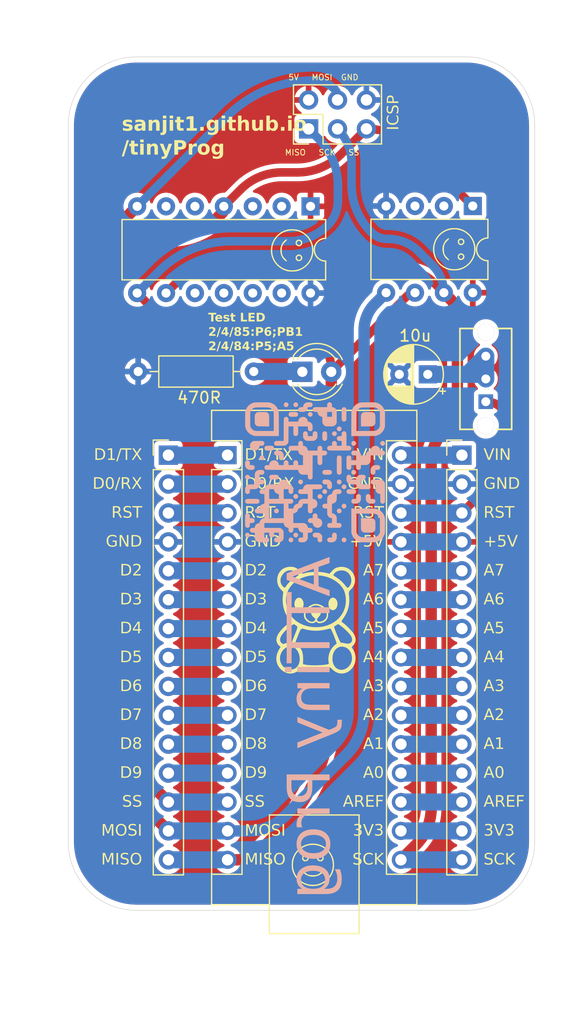
<source format=kicad_pcb>
(kicad_pcb (version 20240108) (generator "pcbnew") (generator_version "8.0")
  (layers (0 "F.Cu" signal) (31 "B.Cu" signal) (34 "B.Paste" user) (35 "F.Paste" user) (36 "B.SilkS" user "B.Silkscreen") (37 "F.SilkS" user "F.Silkscreen") (38 "B.Mask" user) (39 "F.Mask" user) (44 "Edge.Cuts" user))
  (net 0 "")
  (net 1 "/MISO")
  (net 2 "Net-(A1-D7)")
  (net 3 "Net-(A1-A7)")
  (net 4 "Net-(A1-D5)")
  (net 5 "Net-(A1-3V3)")
  (net 6 "Net-(A1-A3)")
  (net 7 "GND")
  (net 8 "Net-(A1-D1{slash}TX)")
  (net 9 "Net-(A1-A1)")
  (net 10 "Net-(A1-D6)")
  (net 11 "Net-(A1-VIN)")
  (net 12 "/SS")
  (net 13 "Net-(A1-D4)")
  (net 14 "Net-(A1-D8)")
  (net 15 "Net-(A1-D3)")
  (net 16 "+5V")
  (net 17 "Net-(A1-A4)")
  (net 18 "Net-(A1-A6)")
  (net 19 "/SCK")
  (net 20 "Net-(A1-A2)")
  (net 21 "Net-(A1-A5)")
  (net 22 "Net-(A1-D2)")
  (net 23 "Net-(A1-A0)")
  (net 24 "Net-(A1-AREF)")
  (net 25 "Net-(A1-D9)")
  (net 26 "Net-(A1-D0{slash}RX)")
  (net 27 "/RST")
  (net 28 "/MOSI")
  (net 29 "Net-(D1-K)")
  (net 40 "Net-(C1-Pad1)")
  (footprint "Capacitor_THT:CP_Radial_D5.0mm_P2.50mm" (layer "F.Cu") (at 97.6 62.9 180)
    (property "Reference" "C1" (hide yes))
    (property "Value" "10u")
  )
  (footprint "Module:Arduino_Nano" (layer "F.Cu") (at 80 70)
    (property "Reference" "A1" (hide yes))
    (property "Value" "Arduino_Nano_v3.x")
  )
  (footprint "Connector_PinHeader_2.54mm:PinHeader_1x15_P2.54mm_Vertical" (layer "F.Cu") (at 74.8 70)
    (property "Reference" "J1" (hide yes))
    (property "Value" "Conn_01x15_Pin")
  )
  (footprint "Package_DIP:DIP-14_W7.62mm" (layer "F.Cu") (at 87.295 48.135 -90)
    (property "Reference" "U1" (hide yes))
    (property "Value" "ATtiny84-20P")
  )
  (footprint "OS102011MS2QN1:SPDT_OS102011_CNK" (layer "F.Cu") (at 102.7 65.3 180)
    (property "Reference" "SW1" (hide yes))
    (property "Value" "OS102011MS2QN1")
  )
  (footprint "Connector_PinHeader_2.54mm:PinHeader_1x15_P2.54mm_Vertical" (layer "F.Cu") (at 100.6 70)
    (property "Reference" "J2" (hide yes))
    (property "Value" "Conn_01x15_Pin" (hide yes))
  )
  (footprint "Connector_PinHeader_2.54mm:PinHeader_2x03_P2.54mm_Vertical" (layer "F.Cu") (at 87.125 41.325 90)
    (property "Reference" "J3" (hide yes))
    (property "Value" "ICSP")
  )
  (footprint "Custom Art Exports:Smiley Face" (layer "F.Cu") (at 99.929994 51.905002 -90)
    (property "Reference" "G2" (hide yes))
    (property "Value" "LOGO" (hide yes))
  )
  (footprint "Custom Art Exports:Smiley Face" (layer "F.Cu") (at 85.679994 52.005002 -90)
    (property "Reference" "G1" (hide yes))
    (property "Value" "LOGO" (hide yes))
  )
  (footprint "Package_DIP:DIP-8_W7.62mm" (layer "F.Cu") (at 101.555 48.105 -90)
    (property "Reference" "U2" (hide yes))
    (property "Value" "ATtiny85V-10P")
  )
  (footprint "LED_THT:LED_D4.0mm" (layer "F.Cu") (at 86.575 62.675)
    (property "Reference" "D1" (hide yes))
    (property "Value" "LED" (hide yes))
  )
  (footprint "Custom Art Exports:Smiley Face" (layer "F.Cu") (at 87.5 106)
    (property "Reference" "G3" (hide yes))
    (property "Value" "LOGO" (hide yes))
  )
  (footprint "Resistor_THT:R_Axial_DIN0207_L6.3mm_D2.5mm_P10.16mm_Horizontal" (layer "F.Cu") (at 82.305 62.65 180)
    (property "Reference" "R1" (hide yes))
    (property "Value" "470R")
  )
  (footprint "footprints:GithubQR_14" (layer "B.Cu") (at 87.7 71.5 180)
    (property "Reference" "G***" (hide yes))
    (property "Value" "LOGO" (hide yes))
  )
  (gr_poly (pts (xy 86.315758 82.526032) (xy 86.353316 82.531466) (xy 86.389387 82.541713) (xy 86.423875 82.556486) (xy 86.456681 82.575495) (xy 86.48771 82.598451) (xy 86.516863 82.625067) (xy 86.544043 82.655052) (xy 86.569154 82.688118) (xy 86.592097 82.723977) (xy 86.612776 82.762339) (xy 86.631094 82.802916) (xy 86.646954 82.845418) (xy 86.660257 82.889558) (xy 86.670907 82.935046) (xy 86.678807 82.981594) (xy 86.68386 83.028912) (xy 86.685968 83.076713) (xy 86.685034 83.124706) (xy 86.680961 83.172604) (xy 86.673652 83.220117) (xy 86.663009 83.266957) (xy 86.648935 83.312835) (xy 86.631334 83.357461) (xy 86.610107 83.400548) (xy 86.585158 83.441807) (xy 86.556389 83.480948) (xy 86.523704 83.517683) (xy 86.487005 83.551724) (xy 86.477522 83.559316) (xy 86.467645 83.566483) (xy 86.4574 83.573223) (xy 86.446812 83.579535) (xy 86.424711 83.590867) (xy 86.401551 83.600465) (xy 86.377537 83.608317) (xy 86.352876 83.614407) (xy 86.327775 83.618725) (xy 86.302441 83.621255) (xy 86.277081 83.621985) (xy 86.251902 83.620902) (xy 86.227109 83.617991) (xy 86.202911 83.613241) (xy 86.179513 83.606637) (xy 86.157122 83.598165) (xy 86.14637 83.593226) (xy 86.135946 83.587814) (xy 86.125878 83.581929) (xy 86.116191 83.575569) (xy 86.086379 83.552974) (xy 86.05862 83.528181) (xy 86.032911 83.501353) (xy 86.009243 83.472647) (xy 85.987613 83.442227) (xy 85.968014 83.41025) (xy 85.950441 83.376879) (xy 85.934887 83.342273) (xy 85.921348 83.306592) (xy 85.909817 83.269997) (xy 85.900288 83.232649) (xy 85.892756 83.194707) (xy 85.887215 83.156332) (xy 85.883659 83.117685) (xy 85.882083 83.078926) (xy 85.882481 83.040214) (xy 85.884847 83.001711) (xy 85.889176 82.963576) (xy 85.89546 82.925971) (xy 85.903696 82.889055) (xy 85.913877 82.852989) (xy 85.925998 82.817934) (xy 85.940052 82.784048) (xy 85.956033 82.751494) (xy 85.973937 82.720431) (xy 85.993758 82.691019) (xy 86.015489 82.66342) (xy 86.039125 82.637793) (xy 86.064661 82.614298) (xy 86.092089 82.593096) (xy 86.121406 82.574348) (xy 86.152605 82.558213) (xy 86.195137 82.541503) (xy 86.236571 82.530762) (xy 86.27681 82.525701)) (stroke (width -0.000001)) (fill solid) (layer "F.SilkS"))
  (gr_poly (pts (xy 87.841717 83.075241) (xy 87.912202 83.083945) (xy 87.983116 83.097753) (xy 88.054095 83.116559) (xy 88.124775 83.140251) (xy 88.194795 83.168722) (xy 88.26379 83.201862) (xy 88.331397 83.239562) (xy 88.397253 83.281713) (xy 88.460996 83.328207) (xy 88.522261 83.378934) (xy 88.580686 83.433786) (xy 88.629367 83.485899) (xy 88.672837 83.539462) (xy 88.711188 83.594261) (xy 88.74451 83.650084) (xy 88.772895 83.706717) (xy 88.796436 83.763949) (xy 88.815223 83.821566) (xy 88.829348 83.879356) (xy 88.838903 83.937105) (xy 88.843979 83.994601) (xy 88.844668 84.051631) (xy 88.841061 84.107982) (xy 88.83325 84.163442) (xy 88.821327 84.217797) (xy 88.805383 84.270835) (xy 88.78551 84.322343) (xy 88.7618 84.372108) (xy 88.734343 84.419918) (xy 88.703231 84.465559) (xy 88.668557 84.508819) (xy 88.630412 84.549485) (xy 88.588886 84.587344) (xy 88.544073 84.622183) (xy 88.496063 84.65379) (xy 88.444948 84.681952) (xy 88.390819 84.706455) (xy 88.333769 84.727088) (xy 88.273889 84.743637) (xy 88.21127 84.755889) (xy 88.146003 84.763632) (xy 88.078182 84.766653) (xy 88.007896 84.764739) (xy 88.001595 84.764012) (xy 87.994633 84.7626) (xy 87.987081 84.76054) (xy 87.979012 84.75787) (xy 87.970498 84.754626) (xy 87.961609 84.750847) (xy 87.952417 84.74657) (xy 87.942994 84.741832) (xy 87.933413 84.73667) (xy 87.923743 84.731122) (xy 87.914058 84.725225) (xy 87.904428 84.719016) (xy 87.894925 84.712533) (xy 87.885622 84.705814) (xy 87.876589 84.698895) (xy 87.867898 84.691813) (xy 87.785514 84.622493) (xy 87.680011 84.695616) (xy 87.655054 84.711464) (xy 87.629002 84.725239) (xy 87.601944 84.736977) (xy 87.573968 84.746711) (xy 87.545165 84.754477) (xy 87.515621 84.760309) (xy 87.485428 84.764241) (xy 87.454672 84.766308) (xy 87.423444 84.766544) (xy 87.391831 84.764984) (xy 87.359924 84.761662) (xy 87.32781 84.756613) (xy 87.295578 84.749871) (xy 87.263319 84.741471) (xy 87.231119 84.731447) (xy 87.199069 84.719834) (xy 87.167256 84.706666) (xy 87.135771 84.691978) (xy 87.104702 84.675804) (xy 87.074137 84.658179) (xy 87.044165 84.639138) (xy 87.014877 84.618713) (xy 86.986359 84.596942) (xy 86.958701 84.573856) (xy 86.931993 84.549492) (xy 86.906323 84.523884) (xy 86.881779 84.497066) (xy 86.858451 84.469073) (xy 86.836427 84.439938) (xy 86.815797 84.409698) (xy 86.796649 84.378385) (xy 86.779072 84.346036) (xy 86.759547 84.304123) (xy 86.743296 84.261507) (xy 86.730266 84.218277) (xy 86.7204 84.174528) (xy 86.713646 84.13035) (xy 86.709948 84.085836) (xy 86.709532 84.059037) (xy 86.846061 84.059037) (xy 86.848435 84.095817) (xy 86.853299 84.132201) (xy 86.860634 84.168112) (xy 86.870422 84.203477) (xy 86.882646 84.238221) (xy 86.897287 84.272271) (xy 86.914329 84.305551) (xy 86.933752 84.337987) (xy 86.95554 84.369505) (xy 86.979673 84.40003) (xy 87.006135 84.429489) (xy 87.034908 84.457807) (xy 87.065973 84.484909) (xy 87.099313 84.510721) (xy 87.134909 84.535168) (xy 87.172745 84.558178) (xy 87.212802 84.579674) (xy 87.255062 84.599582) (xy 87.299507 84.617829) (xy 87.324895 84.626382) (xy 87.350258 84.632728) (xy 87.375499 84.636967) (xy 87.400521 84.639196) (xy 87.425228 84.639516) (xy 87.449524 84.638025) (xy 87.473312 84.634822) (xy 87.496496 84.630006) (xy 87.51898 84.623676) (xy 87.540666 84.615931) (xy 87.56146 84.606869) (xy 87.581264 84.596591) (xy 87.599981 84.585194) (xy 87.617516 84.572778) (xy 87.633773 84.559441) (xy 87.648654 84.545284) (xy 87.662063 84.530403) (xy 87.673904 84.514899) (xy 87.684081 84.498871) (xy 87.692496 84.482417) (xy 87.699055 84.465637) (xy 87.703659 84.448629) (xy 87.706214 84.431492) (xy 87.706622 84.414325) (xy 87.704787 84.397228) (xy 87.700612 84.380298) (xy 87.694002 84.363636) (xy 87.68486 84.34734) (xy 87.673089 84.331509) (xy 87.658594 84.316241) (xy 87.641277 84.301637) (xy 87.621042 84.287794) (xy 87.6001 84.274057) (xy 87.579628 84.259063) (xy 87.559658 84.242894) (xy 87.540225 84.22563) (xy 87.521361 84.207354) (xy 87.5031 84.188147) (xy 87.468521 84.147265) (xy 87.436758 84.103638) (xy 87.408079 84.057915) (xy 87.382751 84.010751) (xy 87.361043 83.962795) (xy 87.343224 83.914701) (xy 87.329562 83.86712) (xy 87.324374 83.843725) (xy 87.320325 83.820704) (xy 87.31745 83.798136) (xy 87.315782 83.776105) (xy 87.315354 83.75469) (xy 87.3162 83.733974) (xy 87.318354 83.714039) (xy 87.321849 83.694965) (xy 87.326718 83.676834) (xy 87.332996 83.659728) (xy 87.340715 83.643728) (xy 87.34991 83.628916) (xy 87.359198 83.617917) (xy 87.371201 83.60742) (xy 87.385752 83.597435) (xy 87.402686 83.587972) (xy 87.443035 83.570656) (xy 87.490919 83.555554) (xy 87.545008 83.54275) (xy 87.603973 83.532329) (xy 87.666484 83.524372) (xy 87.731212 83.518965) (xy 87.796827 83.51619) (xy 87.861999 83.516131) (xy 87.9254 83.518871) (xy 87.985699 83.524494) (xy 88.041567 83.533084) (xy 88.091675 83.544724) (xy 88.134693 83.559497) (xy 88.153128 83.568085) (xy 88.169291 83.577488) (xy 88.18231 83.587172) (xy 88.193912 83.598196) (xy 88.204115 83.610503) (xy 88.212936 83.624033) (xy 88.220391 83.63873) (xy 88.226497 83.654535) (xy 88.231273 83.67139) (xy 88.234734 83.689237) (xy 88.236898 83.708019) (xy 88.237782 83.727676) (xy 88.237402 83.748151) (xy 88.235776 83.769387) (xy 88.228855 83.813906) (xy 88.217152 83.860769) (xy 88.200806 83.909513) (xy 88.179951 83.959673) (xy 88.154724 84.010784) (xy 88.125262 84.062383) (xy 88.0917 84.114007) (xy 88.054175 84.16519) (xy 88.012822 84.215468) (xy 87.967779 84.264379) (xy 87.944551 84.289809) (xy 87.924682 84.314858) (xy 87.90807 84.339457) (xy 87.894615 84.363538) (xy 87.884216 84.387032) (xy 87.87677 84.40987) (xy 87.872178 84.431984) (xy 87.870337 84.453306) (xy 87.871147 84.473767) (xy 87.874506 84.493299) (xy 87.880313 84.511832) (xy 87.888468 84.529299) (xy 87.898868 84.545631) (xy 87.911413 84.56076) (xy 87.926001 84.574617) (xy 87.942531 84.587133) (xy 87.960903 84.598241) (xy 87.981014 84.607871) (xy 88.002765 84.615955) (xy 88.026052 84.622424) (xy 88.050776 84.627211) (xy 88.076836 84.630246) (xy 88.104129 84.631462) (xy 88.132554 84.630789) (xy 88.162012 84.628159) (xy 88.1924 84.623504) (xy 88.223617 84.616755) (xy 88.255562 84.607843) (xy 88.288134 84.5967) (xy 88.321231 84.583259) (xy 88.354753 84.567449) (xy 88.388598 84.549203) (xy 88.440878 84.516837) (xy 88.488595 84.482442) (xy 88.53179 84.446167) (xy 88.570508 84.408162) (xy 88.604793 84.368577) (xy 88.634687 84.327561) (xy 88.660233 84.285265) (xy 88.681476 84.241839) (xy 88.698458 84.197431) (xy 88.711223 84.152193) (xy 88.719814 84.106274) (xy 88.724275 84.059824) (xy 88.724648 84.012993) (xy 88.720978 83.965931) (xy 88.713307 83.918787) (xy 88.701679 83.871712) (xy 88.686137 83.824856) (xy 88.666725 83.778367) (xy 88.643485 83.732397) (xy 88.616462 83.687094) (xy 88.585698 83.64261) (xy 88.551237 83.599094) (xy 88.513123 83.556695) (xy 88.471398 83.515563) (xy 88.426106 83.47585) (xy 88.37729 83.437703) (xy 88.324994 83.401274) (xy 88.269261 83.366712) (xy 88.210134 83.334166) (xy 88.147656 83.303788) (xy 88.081872 83.275726) (xy 88.012824 83.250131) (xy 87.951247 83.231508) (xy 87.88989 83.218093) (xy 87.859291 83.21334) (xy 87.828745 83.209889) (xy 87.79825 83.207742) (xy 87.767805 83.206898) (xy 87.73741 83.207359) (xy 87.707063 83.209123) (xy 87.676764 83.212193) (xy 87.646511 83.216567) (xy 87.616304 83.222246) (xy 87.586142 83.229231) (xy 87.525949 83.247118) (xy 87.465924 83.270231) (xy 87.40606 83.298572) (xy 87.346349 83.332143) (xy 87.286784 83.370948) (xy 87.227358 83.414988) (xy 87.168064 83.464266) (xy 87.108893 83.518784) (xy 87.049839 83.578546) (xy 87.018228 83.613727) (xy 86.989339 83.649478) (xy 86.963153 83.685724) (xy 86.939653 83.72239) (xy 86.91882 83.759403) (xy 86.900638 83.796687) (xy 86.885088 83.834168) (xy 86.872152 83.871772) (xy 86.861812 83.909425) (xy 86.854051 83.947053) (xy 86.848851 83.98458) (xy 86.846193 84.021933) (xy 86.846061 84.059037) (xy 86.709532 84.059037) (xy 86.709253 84.041077) (xy 86.711505 83.996167) (xy 86.716651 83.951196) (xy 86.724636 83.906258) (xy 86.735405 83.861444) (xy 86.748904 83.816846) (xy 86.76508 83.772556) (xy 86.783876 83.728667) (xy 86.805239 83.685271) (xy 86.829115 83.642459) (xy 86.855449 83.600324) (xy 86.884187 83.558957) (xy 86.915274 83.518452) (xy 86.948655 83.478899) (xy 86.984278 83.440392) (xy 87.022086 83.403021) (xy 87.062026 83.36688) (xy 87.104043 83.33206) (xy 87.148082 83.298654) (xy 87.194091 83.266753) (xy 87.242013 83.236449) (xy 87.291794 83.207836) (xy 87.343381 83.181004) (xy 87.396719 83.156045) (xy 87.451753 83.133053) (xy 87.508429 83.112118) (xy 87.539573 83.102176) (xy 87.571324 83.09366) (xy 87.636464 83.080853) (xy 87.703485 83.073586) (xy 87.772023 83.071752)) (stroke (width -0.000001)) (fill solid) (layer "F.SilkS"))
  (gr_poly (pts (xy 89.263711 82.512602) (xy 89.269663 82.51309) (xy 89.275733 82.513888) (xy 89.288384 82.516423) (xy 89.30198 82.520224) (xy 89.316835 82.525308) (xy 89.333264 82.531695) (xy 89.351581 82.5394) (xy 89.395139 82.558841) (xy 89.434049 82.579148) (xy 89.469784 82.603097) (xy 89.502384 82.630406) (xy 89.531885 82.660794) (xy 89.558324 82.693981) (xy 89.581741 82.729685) (xy 89.602172 82.767626) (xy 89.619655 82.807522) (xy 89.634227 82.849092) (xy 89.645927 82.892056) (xy 89.654792 82.936132) (xy 89.66086 82.98104) (xy 89.664168 83.026498) (xy 89.664754 83.072226) (xy 89.662656 83.117942) (xy 89.657912 83.163365) (xy 89.650558 83.208215) (xy 89.640633 83.25221) (xy 89.628175 83.295069) (xy 89.61322 83.336512) (xy 89.595807 83.376257) (xy 89.575974 83.414024) (xy 89.553758 83.449531) (xy 89.529196 83.482497) (xy 89.502327 83.512642) (xy 89.473188 83.539684) (xy 89.441816 83.563342) (xy 89.40825 83.583336) (xy 89.372527 83.599384) (xy 89.334685 83.611206) (xy 89.294761 83.61852) (xy 89.252793 83.621045) (xy 89.211585 83.61854) (xy 89.172565 83.611142) (xy 89.135759 83.59914) (xy 89.101195 83.582824) (xy 89.068898 83.56248) (xy 89.038895 83.538397) (xy 89.011215 83.510865) (xy 88.985883 83.480171) (xy 88.962927 83.446604) (xy 88.942373 83.410453) (xy 88.924249 83.372005) (xy 88.90858 83.33155) (xy 88.895395 83.289376) (xy 88.88472 83.245771) (xy 88.876582 83.201024) (xy 88.871008 83.155423) (xy 88.868024 83.109257) (xy 88.867658 83.062815) (xy 88.869937 83.016384) (xy 88.874887 82.970254) (xy 88.882535 82.924712) (xy 88.892909 82.880048) (xy 88.906034 82.836549) (xy 88.921939 82.794504) (xy 88.94065 82.754202) (xy 88.962193 82.715931) (xy 88.986596 82.67998) (xy 89.013886 82.646637) (xy 89.04409 82.616191) (xy 89.077233 82.58893) (xy 89.113345 82.565142) (xy 89.15245 82.545116) (xy 89.187185 82.530102) (xy 89.202036 82.524272) (xy 89.215629 82.519584) (xy 89.228278 82.516055) (xy 89.240299 82.513703) (xy 89.246171 82.512974) (xy 89.252005 82.512546) (xy 89.257838 82.512421)) (stroke (width -0.000001)) (fill solid) (layer "F.SilkS"))
  (gr_poly (pts (xy 85.609573 79.808955) (xy 85.685403 79.81471) (xy 85.722332 79.819405) (xy 85.758644 79.825326) (xy 85.79437 79.832483) (xy 85.829541 79.840887) (xy 85.864187 79.850548) (xy 85.89834 79.861477) (xy 85.932029 79.873683) (xy 85.965286 79.887179) (xy 85.998141 79.901973) (xy 86.030625 79.918077) (xy 86.062769 79.935501) (xy 86.094603 79.954255) (xy 86.157465 79.995798) (xy 86.219457 80.042787) (xy 86.280824 80.095308) (xy 86.341813 80.153444) (xy 86.402668 80.217279) (xy 86.587215 80.419553) (xy 86.88894 80.343717) (xy 86.97853 80.323683) (xy 87.076525 80.306318) (xy 87.181725 80.291623) (xy 87.292928 80.279598) (xy 87.408932 80.270244) (xy 87.528538 80.26356) (xy 87.650543 80.259546) (xy 87.773748 80.258203) (xy 87.89695 80.25953) (xy 88.018948 80.263529) (xy 88.138542 80.270199) (xy 88.254531 80.279539) (xy 88.365713 80.291552) (xy 88.470886 80.306235) (xy 88.568852 80.323591) (xy 88.658407 80.343618) (xy 88.959668 80.419355) (xy 89.156121 80.205869) (xy 89.198169 80.161117) (xy 89.238689 80.120032) (xy 89.278004 80.082432) (xy 89.316435 80.048134) (xy 89.354304 80.016959) (xy 89.391933 79.988724) (xy 89.429642 79.963247) (xy 89.467755 79.940347) (xy 89.506591 79.919843) (xy 89.546474 79.901553) (xy 89.587724 79.885296) (xy 89.630664 79.87089) (xy 89.675614 79.858153) (xy 89.722898 79.846904) (xy 89.772835 79.836961) (xy 89.825748 79.828143) (xy 89.931575 79.816205) (xy 90.034634 79.812822) (xy 90.134727 79.817612) (xy 90.231654 79.830192) (xy 90.325214 79.85018) (xy 90.41521 79.877192) (xy 90.50144 79.910846) (xy 90.583707 79.950761) (xy 90.661809 79.996552) (xy 90.735547 80.047838) (xy 90.804723 80.104236) (xy 90.869136 80.165363) (xy 90.928587 80.230837) (xy 90.982877 80.300275) (xy 91.031805 80.373294) (xy 91.075173 80.449513) (xy 91.11278 80.528548) (xy 91.144428 80.610017) (xy 91.169916 80.693537) (xy 91.189046 80.778726) (xy 91.201617 80.8652) (xy 91.207431 80.952579) (xy 91.206287 81.040478) (xy 91.197986 81.128515) (xy 91.182328 81.216308) (xy 91.159115 81.303474) (xy 91.128146 81.389631) (xy 91.089222 81.474395) (xy 91.042143 81.557385) (xy 90.98671 81.638218) (xy 90.922723 81.71651) (xy 90.849984 81.791881) (xy 90.816002 81.824791) (xy 90.78598 81.855039) (xy 90.759731 81.883183) (xy 90.737069 81.909785) (xy 90.717809 81.935403) (xy 90.701764 81.960597) (xy 90.69489 81.973211) (xy 90.68875 81.985928) (xy 90.683321 81.99882) (xy 90.67858 82.011956) (xy 90.674503 82.025406) (xy 90.671067 82.039241) (xy 90.66825 82.053529) (xy 90.666028 82.068341) (xy 90.663275 82.099819) (xy 90.662624 82.134232) (xy 90.663887 82.172142) (xy 90.66688 82.214108) (xy 90.671416 82.26069) (xy 90.67731 82.312449) (xy 90.692246 82.460994) (xy 90.701063 82.605763) (xy 90.70369 82.747037) (xy 90.700053 82.885098) (xy 90.69008 83.020227) (xy 90.673698 83.152706) (xy 90.650836 83.282817) (xy 90.621421 83.410841) (xy 90.58538 83.53706) (xy 90.542642 83.661755) (xy 90.493133 83.785208) (xy 90.436781 83.9077) (xy 90.373514 84.029513) (xy 90.303259 84.150929) (xy 90.225944 84.272229) (xy 90.141496 84.393694) (xy 90.113643 84.432336) (xy 90.089551 84.466476) (xy 90.069256 84.496606) (xy 90.060545 84.510322) (xy 90.052796 84.52322) (xy 90.046016 84.535363) (xy 90.040207 84.546812) (xy 90.035375 84.557628) (xy 90.031524 84.567873) (xy 90.028658 84.57761) (xy 90.026783 84.586899) (xy 90.025903 84.595802) (xy 90.026022 84.604381) (xy 90.027145 84.612697) (xy 90.029276 84.620813) (xy 90.03242 84.628789) (xy 90.036581 84.636688) (xy 90.041764 84.644572) (xy 90.047974 84.652501) (xy 90.055215 84.660537) (xy 90.063491 84.668742) (xy 90.072808 84.677179) (xy 90.083168 84.685907) (xy 90.107042 84.704488) (xy 90.135149 84.724979) (xy 90.167524 84.747872) (xy 90.228436 84.792916) (xy 90.293959 84.845434) (xy 90.363104 84.904382) (xy 90.434886 84.968715) (xy 90.508317 85.037389) (xy 90.582412 85.109358) (xy 90.656183 85.183578) (xy 90.728643 85.259005) (xy 90.798806 85.334594) (xy 90.865686 85.409301) (xy 90.928295 85.48208) (xy 90.985646 85.551888) (xy 91.036754 85.617679) (xy 91.080631 85.678409) (xy 91.11629 85.733033) (xy 91.142745 85.780507) (xy 91.17469 85.849912) (xy 91.201412 85.918271) (xy 91.212817 85.952038) (xy 91.222918 85.98552) (xy 91.231718 86.018707) (xy 91.239217 86.051593) (xy 91.245415 86.084168) (xy 91.250315 86.116426) (xy 91.253916 86.148357) (xy 91.25622 86.179953) (xy 91.257227 86.211207) (xy 91.256939 86.24211) (xy 91.255357 86.272654) (xy 91.252481 86.302832) (xy 91.248313 86.332634) (xy 91.242853 86.362053) (xy 91.236102 86.391081) (xy 91.228062 86.419709) (xy 91.218733 86.44793) (xy 91.208116 86.475735) (xy 91.196212 86.503116) (xy 91.183022 86.530066) (xy 91.168547 86.556575) (xy 91.152788 86.582636) (xy 91.135746 86.608241) (xy 91.117422 86.633382) (xy 91.097817 86.65805) (xy 91.076931 86.682237) (xy 91.054766 86.705935) (xy 91.031323 86.729137) (xy 91.007156 86.752435) (xy 90.986097 86.77349) (xy 90.968105 86.792616) (xy 90.960246 86.801555) (xy 90.953138 86.81013) (xy 90.946775 86.818382) (xy 90.941153 86.826349) (xy 90.936266 86.834071) (xy 90.93211 86.841588) (xy 90.928678 86.848939) (xy 90.925965 86.856164) (xy 90.923967 86.863301) (xy 90.922678 86.870392) (xy 90.922092 86.877475) (xy 90.922206 86.88459) (xy 90.923012 86.891776) (xy 90.924507 86.899073) (xy 90.926685 86.90652) (xy 90.92954 86.914157) (xy 90.933068 86.922023) (xy 90.937263 86.930158) (xy 90.94212 86.938602) (xy 90.947633 86.947393) (xy 90.96061 86.966178) (xy 90.976151 86.986829) (xy 90.994214 87.009662) (xy 91.002583 87.020492) (xy 91.01139 87.032678) (xy 91.030027 87.060579) (xy 91.049529 87.092297) (xy 91.069302 87.126761) (xy 91.088752 87.1629) (xy 91.107282 87.199646) (xy 91.124299 87.235927) (xy 91.139206 87.270673) (xy 91.184049 87.394764) (xy 91.21768 87.517744) (xy 91.240546 87.639242) (xy 91.253097 87.758886) (xy 91.25578 87.876304) (xy 91.249044 87.991125) (xy 91.233337 88.102978) (xy 91.209106 88.21149) (xy 91.176802 88.316292) (xy 91.13687 88.41701) (xy 91.089761 88.513275) (xy 91.035921 88.604713) (xy 90.9758 88.690954) (xy 90.909846 88.771626) (xy 90.838506 88.846358) (xy 90.762229 88.914778) (xy 90.681463 88.976514) (xy 90.596657 89.031196) (xy 90.508259 89.078452) (xy 90.416716 89.117909) (xy 90.322478 89.149198) (xy 90.225992 89.171946) (xy 90.127706 89.185781) (xy 90.02807 89.190333) (xy 89.92753 89.185229) (xy 89.826536 89.170099) (xy 89.725536 89.144571) (xy 89.624977 89.108273) (xy 89.525308 89.060833) (xy 89.426978 89.001881) (xy 89.330434 88.931045) (xy 89.236124 88.847954) (xy 89.046419 88.665788) (xy 88.688503 88.727436) (xy 88.504695 88.753505) (xy 88.297666 88.772939) (xy 88.072713 88.785678) (xy 87.835131 88.791668) (xy 87.590216 88.79085) (xy 87.343264 88.783168) (xy 87.099571 88.768564) (xy 86.864433 88.746982) (xy 86.458694 88.702566) (xy 86.307683 88.848748) (xy 86.261529 88.891539) (xy 86.214462 88.931458) (xy 86.16654 88.968508) (xy 86.117824 89.002691) (xy 86.068373 89.034008) (xy 86.018247 89.062461) (xy 85.967504 89.088051) (xy 85.916203 89.11078) (xy 85.864406 89.13065) (xy 85.81217 89.147663) (xy 85.759555 89.16182) (xy 85.70662 89.173123) (xy 85.653425 89.181574) (xy 85.60003 89.187174) (xy 85.546493 89.189925) (xy 85.492874 89.189828) (xy 85.439233 89.186887) (xy 85.385628 89.181101) (xy 85.332119 89.172473) (xy 85.278766 89.161005) (xy 85.225627 89.146698) (xy 85.172763 89.129554) (xy 85.120232 89.109574) (xy 85.068094 89.086761) (xy 85.016408 89.061115) (xy 84.965235 89.03264) (xy 84.914632 89.001336) (xy 84.864659 88.967205) (xy 84.815377 88.930248) (xy 84.766843 88.890469) (xy 84.719118 88.847867) (xy 84.672261 88.802445) (xy 84.628876 88.756773) (xy 84.588083 88.709968) (xy 84.549883 88.662072) (xy 84.514278 88.613127) (xy 84.481271 88.563175) (xy 84.450863 88.512258) (xy 84.423057 88.460418) (xy 84.397855 88.407697) (xy 84.37526 88.354137) (xy 84.355272 88.29978) (xy 84.337895 88.244669) (xy 84.32313 88.188844) (xy 84.31098 88.132348) (xy 84.301447 88.075224) (xy 84.29024 87.959256) (xy 84.289584 87.850949) (xy 84.60872 87.850949) (xy 84.610797 87.926679) (xy 84.618592 88.002673) (xy 84.632327 88.078647) (xy 84.652228 88.154322) (xy 84.678517 88.229413) (xy 84.711419 88.30364) (xy 84.737997 88.354197) (xy 84.766753 88.402458) (xy 84.797573 88.448392) (xy 84.830339 88.491973) (xy 84.864935 88.53317) (xy 84.901246 88.571955) (xy 84.939155 88.608299) (xy 84.978546 88.642174) (xy 85.019303 88.673551) (xy 85.061309 88.7024) (xy 85.10445 88.728694) (xy 85.148607 88.752403) (xy 85.193667 88.773498) (xy 85.239511 88.791952) (xy 85.286024 88.807734) (xy 85.333091 88.820817) (xy 85.380594 88.831171) (xy 85.428418 88.838768) (xy 85.476446 88.843579) (xy 85.524563 88.845575) (xy 85.572652 88.844728) (xy 85.620597 88.841008) (xy 85.668282 88.834386) (xy 85.71559 88.824835) (xy 85.762407 88.812325) (xy 85.808615 88.796828) (xy 85.854098 88.778314) (xy 85.898741 88.756756) (xy 85.942427 88.732123) (xy 85.98504 88.704388) (xy 86.026464 88.673521) (xy 86.066582 88.639495) (xy 86.108302 88.598415) (xy 86.146503 88.553934) (xy 86.181218 88.506305) (xy 86.212482 88.455782) (xy 86.240331 88.402619) (xy 86.264798 88.347071) (xy 86.28592 88.28939) (xy 86.30373 88.229832) (xy 86.318263 88.16865) (xy 86.329554 88.106099) (xy 86.337639 88.042432) (xy 86.34255 87.977903) (xy 86.344325 87.912767) (xy 86.342996 87.847277) (xy 86.338599 87.781688) (xy 86.331169 87.716253) (xy 86.320741 87.651227) (xy 86.307348 87.586863) (xy 86.291027 87.523417) (xy 86.271811 87.46114) (xy 86.249736 87.400289) (xy 86.224836 87.341116) (xy 86.197146 87.283877) (xy 86.166701 87.228824) (xy 86.133536 87.176211) (xy 86.097684 87.126294) (xy 86.059182 87.079326) (xy 86.018064 87.035561) (xy 85.974365 86.995253) (xy 85.928119 86.958655) (xy 85.879361 86.926023) (xy 85.828126 86.89761) (xy 85.760128 86.867573) (xy 85.692027 86.845127) (xy 85.624047 86.829991) (xy 85.556411 86.821882) (xy 85.489344 86.820518) (xy 85.423069 86.825618) (xy 85.357811 86.8369) (xy 85.293793 86.854082) (xy 85.231238 86.876882) (xy 85.170372 86.905018) (xy 85.111417 86.938209) (xy 85.054598 86.976172) (xy 85.000138 87.018627) (xy 84.948261 87.06529) (xy 84.899192 87.11588) (xy 84.853153 87.170115) (xy 84.810369 87.227714) (xy 84.771064 87.288394) (xy 84.735462 87.351874) (xy 84.703786 87.417872) (xy 84.67626 87.486106) (xy 84.653108 87.556293) (xy 84.634555 87.628153) (xy 84.620823 87.701404) (xy 84.612137 87.775763) (xy 84.60872 87.850949) (xy 84.289584 87.850949) (xy 84.289525 87.841276) (xy 84.29932 87.72162) (xy 84.319642 87.600624) (xy 84.350508 87.478624) (xy 84.391936 87.355956) (xy 84.443941 87.232956) (xy 84.506542 87.10996) (xy 84.579756 86.987304) (xy 84.662339 86.858618) (xy 84.553066 86.759863) (xy 84.505877 86.714436) (xy 84.463468 86.66775) (xy 84.425832 86.61982) (xy 84.392963 86.570663) (xy 84.364855 86.520293) (xy 84.341501 86.468727) (xy 84.322893 86.415981) (xy 84.309026 86.362071) (xy 84.299893 86.307012) (xy 84.295487 86.250821) (xy 84.295746 86.203785) (xy 84.620822 86.203785) (xy 84.621185 86.243062) (xy 84.625072 86.28108) (xy 84.632505 86.317797) (xy 84.643507 86.353172) (xy 84.658099 86.387162) (xy 84.676305 86.419725) (xy 84.698147 86.450821) (xy 84.723646 86.480407) (xy 84.752826 86.508442) (xy 84.772546 86.525436) (xy 84.790722 86.540262) (xy 84.8077 86.552951) (xy 84.823826 86.563533) (xy 84.839444 86.572039) (xy 84.847171 86.575523) (xy 84.854901 86.578499) (xy 84.862678 86.580972) (xy 84.870543 86.582945) (xy 84.87854 86.584422) (xy 84.886714 86.585407) (xy 84.895106 86.585904) (xy 84.90376 86.585916) (xy 84.912719 86.585448) (xy 84.922027 86.584503) (xy 84.94186 86.581199) (xy 84.963604 86.576033) (xy 84.987606 86.569038) (xy 85.014211 86.560244) (xy 85.043764 86.549681) (xy 85.07661 86.537381) (xy 85.094804 86.530758) (xy 85.113292 86.524601) (xy 85.125508 86.520904) (xy 85.968112 86.520904) (xy 85.969273 86.535109) (xy 85.971645 86.548173) (xy 85.97328 86.554321) (xy 85.975213 86.560235) (xy 85.97744 86.565934) (xy 85.979961 86.571434) (xy 85.985875 86.581908) (xy 85.992939 86.591797) (xy 86.001138 86.601239) (xy 86.010458 86.610374) (xy 86.020881 86.61934) (xy 86.032395 86.628276) (xy 86.044982 86.637321) (xy 86.058629 86.646613) (xy 86.089038 86.666498) (xy 86.162527 86.717518) (xy 86.230438 86.771818) (xy 86.292856 86.8296) (xy 86.349866 86.891067) (xy 86.401554 86.956423) (xy 86.448004 87.025869) (xy 86.489301 87.099609) (xy 86.525531 87.177847) (xy 86.556777 87.260783) (xy 86.583125 87.348623) (xy 86.60466 87.441568) (xy 86.621466 87.539821) (xy 86.633629 87.643586) (xy 86.641234 87.753065) (xy 86.644366 87.868461) (xy 86.643109 87.989977) (xy 86.632823 88.365222) (xy 86.818925 88.40772) (xy 86.927481 88.427544) (xy 87.05757 88.443084) (xy 87.205202 88.454523) (xy 87.366386 88.462041) (xy 87.537131 88.465821) (xy 87.713447 88.466044) (xy 87.891343 88.462893) (xy 88.066827 88.456548) (xy 88.235911 88.447193) (xy 88.394602 88.435008) (xy 88.53891 88.420176) (xy 88.664844 88.402879) (xy 88.768414 88.383297) (xy 88.845629 88.361614) (xy 88.873107 88.350041) (xy 88.892499 88.33801) (xy 88.903307 88.325545) (xy 88.905032 88.312669) (xy 88.882125 88.193743) (xy 88.867611 88.075191) (xy 88.861374 87.95735) (xy 88.86245 87.892045) (xy 89.221724 87.892045) (xy 89.223722 87.966362) (xy 89.229895 88.045812) (xy 89.240404 88.122069) (xy 89.255065 88.195058) (xy 89.273694 88.264705) (xy 89.296109 88.330934) (xy 89.322124 88.393669) (xy 89.351556 88.452837) (xy 89.384222 88.508362) (xy 89.419938 88.560169) (xy 89.45852 88.608183) (xy 89.499785 88.65233) (xy 89.543548 88.692533) (xy 89.589627 88.728719) (xy 89.637837 88.760811) (xy 89.687995 88.788736) (xy 89.739916 88.812417) (xy 89.793418 88.831781) (xy 89.848317 88.846752) (xy 89.904429 88.857254) (xy 89.96157 88.863214) (xy 90.019556 88.864556) (xy 90.078204 88.861205) (xy 90.137331 88.853085) (xy 90.196752 88.840123) (xy 90.256283 88.822243) (xy 90.315742 88.79937) (xy 90.374944 88.771428) (xy 90.433705 88.738344) (xy 90.491843 88.700042) (xy 90.549173 88.656446) (xy 90.605511 88.607483) (xy 90.660675 88.553076) (xy 90.703684 88.504741) (xy 90.742885 88.454076) (xy 90.778315 88.401289) (xy 90.810016 88.346589) (xy 90.838026 88.290184) (xy 90.862384 88.232283) (xy 90.883132 88.173092) (xy 90.900307 88.112822) (xy 90.913949 88.051679) (xy 90.924099 87.989872) (xy 90.930795 87.92761) (xy 90.934078 87.8651) (xy 90.933986 87.802551) (xy 90.930559 87.740172) (xy 90.923838 87.67817) (xy 90.91386 87.616753) (xy 90.900666 87.55613) (xy 90.884296 87.496509) (xy 90.864788 87.438099) (xy 90.842183 87.381107) (xy 90.81652 87.325742) (xy 90.787838 87.272212) (xy 90.756178 87.220726) (xy 90.721578 87.171491) (xy 90.684078 87.124715) (xy 90.643718 87.080608) (xy 90.600537 87.039377) (xy 90.554574 87.00123) (xy 90.50587 86.966377) (xy 90.454464 86.935024) (xy 90.400396 86.90738) (xy 90.343704 86.883654) (xy 90.285294 86.863874) (xy 90.227518 86.848401) (xy 90.170464 86.837148) (xy 90.114219 86.830033) (xy 90.05887 86.82697) (xy 90.004506 86.827874) (xy 89.951214 86.832661) (xy 89.899081 86.841245) (xy 89.848196 86.853543) (xy 89.798646 86.869469) (xy 89.750519 86.88894) (xy 89.703901 86.911869) (xy 89.658882 86.938172) (xy 89.615549 86.967765) (xy 89.573989 87.000563) (xy 89.53429 87.03648) (xy 89.496539 87.075434) (xy 89.460825 87.117337) (xy 89.427234 87.162107) (xy 89.395855 87.209658) (xy 89.366776 87.259906) (xy 89.340083 87.312765) (xy 89.315865 87.368151) (xy 89.294209 87.425979) (xy 89.275204 87.486165) (xy 89.258935 87.548624) (xy 89.245492 87.613271) (xy 89.234962 87.680021) (xy 89.227432 87.74879) (xy 89.22299 87.819493) (xy 89.221724 87.892045) (xy 88.86245 87.892045) (xy 88.863299 87.840557) (xy 88.873268 87.725149) (xy 88.891166 87.611462) (xy 88.916877 87.499833) (xy 88.950284 87.3906) (xy 88.991271 87.284098) (xy 89.039722 87.180666) (xy 89.09552 87.080639) (xy 89.158551 86.984355) (xy 89.228697 86.89215) (xy 89.305842 86.804361) (xy 89.347003 86.762228) (xy 89.38987 86.721325) (xy 89.434429 86.681695) (xy 89.480666 86.64338) (xy 89.596785 86.550511) (xy 89.51483 86.31199) (xy 89.463535 86.169317) (xy 89.402135 86.008851) (xy 89.33512 85.841202) (xy 89.266977 85.676985) (xy 89.202194 85.526812) (xy 89.145257 85.401296) (xy 89.100655 85.31105) (xy 89.084383 85.28247) (xy 89.072876 85.266687) (xy 89.065942 85.260223) (xy 89.058794 85.254733) (xy 89.051094 85.250248) (xy 89.042506 85.246803) (xy 89.032692 85.244429) (xy 89.021316 85.243161) (xy 89.008041 85.243029) (xy 88.99253 85.244069) (xy 88.974446 85.246312) (xy 88.953451 85.249791) (xy 88.901385 85.260589) (xy 88.833634 85.276728) (xy 88.747505 85.29847) (xy 88.622986 85.328416) (xy 88.498946 85.354409) (xy 88.375397 85.376447) (xy 88.252352 85.39453) (xy 88.129822 85.408659) (xy 88.00782 85.418834) (xy 87.886357 85.425053) (xy 87.765446 85.427318) (xy 87.645099 85.425627) (xy 87.525327 85.419981) (xy 87.406142 85.410379) (xy 87.287557 85.396822) (xy 87.169584 85.379309) (xy 87.052234 85.35784) (xy 86.93552 85.332415) (xy 86.819454 85.303034) (xy 86.693445 85.268887) (xy 86.642319 85.256997) (xy 86.597665 85.249921) (xy 86.577426 85.248508) (xy 86.558398 85.24868) (xy 86.540445 85.250567) (xy 86.523432 85.254294) (xy 86.507222 85.25999) (xy 86.491682 85.267782) (xy 86.476674 85.277798) (xy 86.462063 85.290164) (xy 86.447714 85.305009) (xy 86.433491 85.32246) (xy 86.40488 85.365689) (xy 86.375144 85.420872) (xy 86.343199 85.489027) (xy 86.307959 85.571175) (xy 86.26834 85.668336) (xy 86.171621 85.911774) (xy 86.087525 86.124453) (xy 86.054171 86.210892) (xy 86.026451 86.285544) (xy 86.014666 86.318798) (xy 86.004244 86.349522) (xy 85.99517 86.377855) (xy 85.987429 86.403935) (xy 85.981004 86.427903) (xy 85.975882 86.449896) (xy 85.972047 86.470054) (xy 85.969484 86.488515) (xy 85.968177 86.505419) (xy 85.968112 86.520904) (xy 85.125508 86.520904) (xy 85.132112 86.518905) (xy 85.151299 86.513666) (xy 85.170889 86.508876) (xy 85.19092 86.504532) (xy 85.211427 86.500627) (xy 85.232446 86.497156) (xy 85.276165 86.491495) (xy 85.322367 86.487505) (xy 85.371342 86.485143) (xy 85.423379 86.484365) (xy 85.630681 86.484365) (xy 85.811689 86.027066) (xy 85.941042 85.700461) (xy 85.992257 85.56969) (xy 86.034894 85.458146) (xy 86.053089 85.409008) (xy 86.069251 85.363984) (xy 86.083417 85.322845) (xy 86.095625 85.28536) (xy 86.105912 85.251297) (xy 86.114314 85.220426) (xy 86.12087 85.192518) (xy 86.125617 85.16734) (xy 86.128591 85.144662) (xy 86.12983 85.124254) (xy 86.129371 85.105886) (xy 86.128516 85.097394) (xy 86.127251 85.089325) (xy 86.12558 85.081651) (xy 86.123508 85.074342) (xy 86.121039 85.067371) (xy 86.118178 85.060707) (xy 86.11493 85.054322) (xy 86.111299 85.048188) (xy 86.102908 85.036554) (xy 86.093043 85.025576) (xy 86.08174 85.015022) (xy 86.069037 85.004663) (xy 86.05497 84.994266) (xy 85.985818 84.947698) (xy 85.925139 84.904804) (xy 85.901469 84.887915) (xy 85.880968 84.874351) (xy 85.86268 84.864326) (xy 85.854067 84.860708) (xy 85.845647 84.858055) (xy 85.837302 84.856394) (xy 85.828911 84.855752) (xy 85.820356 84.856156) (xy 85.811515 84.857632) (xy 85.80227 84.860208) (xy 85.792501 84.86391) (xy 85.782089 84.868765) (xy 85.770912 84.874799) (xy 85.74579 84.890515) (xy 85.716178 84.911272) (xy 85.533678 85.049) (xy 85.387649 85.162112) (xy 85.253749 85.273864) (xy 85.191403 85.329125) (xy 85.132157 85.383921) (xy 85.076032 85.43821) (xy 85.023052 85.491951) (xy 84.973238 85.5451) (xy 84.926612 85.597618) (xy 84.883198 85.649461) (xy 84.843017 85.700588) (xy 84.806091 85.750957) (xy 84.772444 85.800527) (xy 84.742098 85.849256) (xy 84.715074 85.897102) (xy 84.691395 85.944022) (xy 84.671084 85.989976) (xy 84.654162 86.034922) (xy 84.640653 86.078818) (xy 84.630578 86.121621) (xy 84.623961 86.163291) (xy 84.620822 86.203785) (xy 84.295746 86.203785) (xy 84.295802 86.193514) (xy 84.300831 86.135106) (xy 84.310568 86.075614) (xy 84.325005 86.015053) (xy 84.344137 85.953439) (xy 84.367957 85.890789) (xy 84.396457 85.827118) (xy 84.429633 85.762441) (xy 84.467476 85.696776) (xy 84.50998 85.630138) (xy 84.557139 85.562542) (xy 84.608946 85.494005) (xy 84.726479 85.354172) (xy 84.862524 85.210764) (xy 85.01703 85.06391) (xy 85.189943 84.913738) (xy 85.381212 84.760373) (xy 85.442405 84.712448) (xy 85.466468 84.692232) (xy 85.47687 84.682814) (xy 85.486188 84.673761) (xy 85.494422 84.665003) (xy 85.501574 84.65647) (xy 85.507645 84.648091) (xy 85.512636 84.639795) (xy 85.516548 84.631512) (xy 85.519383 84.623171) (xy 85.521142 84.614702) (xy 85.521825 84.606034) (xy 85.521435 84.597097) (xy 85.519972 84.587819) (xy 85.517438 84.578131) (xy 85.513833 84.567962) (xy 85.509159 84.557241) (xy 85.503418 84.545898) (xy 85.496609 84.533862) (xy 85.488735 84.521062) (xy 85.469796 84.492891) (xy 85.446609 84.460818) (xy 85.387529 84.382714) (xy 85.309001 84.274251) (xy 85.236529 84.162676) (xy 85.170128 84.048042) (xy 85.109809 83.930404) (xy 85.055586 83.809813) (xy 85.007473 83.686323) (xy 84.965484 83.559987) (xy 84.92963 83.430859) (xy 84.899926 83.298991) (xy 84.876385 83.164437) (xy 84.85902 83.027251) (xy 84.847845 82.887484) (xy 84.843408 82.760506) (xy 85.146336 82.760506) (xy 85.149548 82.894812) (xy 85.159954 83.026615) (xy 85.17741 83.155769) (xy 85.201772 83.28213) (xy 85.232895 83.405554) (xy 85.270637 83.525896) (xy 85.314852 83.643012) (xy 85.365396 83.756758) (xy 85.422126 83.866989) (xy 85.484898 83.973561) (xy 85.553566 84.07633) (xy 85.627988 84.175151) (xy 85.708019 84.26988) (xy 85.793515 84.360373) (xy 85.884333 84.446485) (xy 85.980327 84.528072) (xy 86.081354 84.604989) (xy 86.187269 84.677093) (xy 86.297929 84.744238) (xy 86.41319 84.806281) (xy 86.532908 84.863078) (xy 86.656938 84.914483) (xy 86.785136 84.960352) (xy 86.917358 85.000542) (xy 87.053461 85.034908) (xy 87.1933 85.063305) (xy 87.33673 85.085589) (xy 87.483609 85.101615) (xy 87.633792 85.111241) (xy 87.787134 85.11432) (xy 87.953388 85.10997) (xy 88.115824 85.097582) (xy 88.274259 85.077377) (xy 88.333842 85.066638) (xy 89.362316 85.066638) (xy 89.362771 85.079234) (xy 89.372839 85.124301) (xy 89.393806 85.192681) (xy 89.424098 85.280548) (xy 89.506362 85.499451) (xy 89.607041 85.750419) (xy 89.713545 86.00286) (xy 89.813282 86.226181) (xy 89.893664 86.389792) (xy 89.922662 86.439645) (xy 89.942099 86.463099) (xy 89.94579 86.465184) (xy 89.950179 86.467215) (xy 89.955209 86.469181) (xy 89.960821 86.471071) (xy 89.966961 86.472876) (xy 89.97357 86.474583) (xy 89.980593 86.476182) (xy 89.987971 86.477664) (xy 90.003569 86.480228) (xy 90.019908 86.482191) (xy 90.036534 86.483466) (xy 90.044813 86.483819) (xy 90.052992 86.483968) (xy 90.073198 86.485175) (xy 90.100564 86.488472) (xy 90.133883 86.493631) (xy 90.171947 86.500426) (xy 90.213549 86.50863) (xy 90.257482 86.518017) (xy 90.302536 86.52836) (xy 90.347506 86.539431) (xy 90.393786 86.550061) (xy 90.438597 86.558021) (xy 90.481886 86.563376) (xy 90.523604 86.566194) (xy 90.563699 86.566541) (xy 90.602122 86.564482) (xy 90.638821 86.560085) (xy 90.673746 86.553416) (xy 90.706847 86.54454) (xy 90.738072 86.533524) (xy 90.767372 86.520434) (xy 90.794695 86.505338) (xy 90.819991 86.4883) (xy 90.843209 86.469387) (xy 90.864299 86.448666) (xy 90.883209 86.426202) (xy 90.899891 86.402063) (xy 90.914291 86.376314) (xy 90.926361 86.349021) (xy 90.93605 86.320251) (xy 90.943306 86.290071) (xy 90.94808 86.258546) (xy 90.950321 86.225742) (xy 90.949977 86.191727) (xy 90.946999 86.156566) (xy 90.941336 86.120325) (xy 90.932936 86.083072) (xy 90.921751 86.044871) (xy 90.907728 86.00579) (xy 90.890818 85.965895) (xy 90.870969 85.925251) (xy 90.848132 85.883926) (xy 90.819018 85.838573) (xy 90.781701 85.787651) (xy 90.736988 85.731937) (xy 90.685688 85.672208) (xy 90.628607 85.60924) (xy 90.566553 85.543809) (xy 90.43076 85.408664) (xy 90.284768 85.272985) (xy 90.209967 85.206885) (xy 90.13504 85.142981) (xy 90.060795 85.082048) (xy 89.988038 85.024864) (xy 89.917578 84.972204) (xy 89.850223 84.924845) (xy 89.802135 84.891444) (xy 89.783205 84.878326) (xy 89.766869 84.867655) (xy 89.752513 84.859476) (xy 89.745886 84.856335) (xy 89.739525 84.853834) (xy 89.733352 84.851977) (xy 89.727292 84.850772) (xy 89.721268 84.850223) (xy 89.715202 84.850336) (xy 89.70902 84.851116) (xy 89.702643 84.85257) (xy 89.695996 84.854702) (xy 89.689001 84.857518) (xy 89.681583 84.861024) (xy 89.673665 84.865225) (xy 89.65602 84.875736) (xy 89.635456 84.889095) (xy 89.61136 84.905347) (xy 89.550119 84.946706) (xy 89.51764 84.968155) (xy 89.486317 84.988508) (xy 89.456909 85.007295) (xy 89.430176 85.024047) (xy 89.406877 85.038293) (xy 89.387771 85.049565) (xy 89.373618 85.057391) (xy 89.368635 85.059866) (xy 89.365176 85.061303) (xy 89.362316 85.066638) (xy 88.333842 85.066638) (xy 88.428509 85.049575) (xy 88.578392 85.014398) (xy 88.723724 84.972066) (xy 88.864321 84.922801) (xy 89 84.866822) (xy 89.130578 84.80435) (xy 89.255871 84.735607) (xy 89.375696 84.660814) (xy 89.48987 84.580191) (xy 89.598209 84.493958) (xy 89.70053 84.402337) (xy 89.796649 84.305549) (xy 89.886384 84.203814) (xy 89.96955 84.097353) (xy 90.045964 83.986387) (xy 90.115444 83.871137) (xy 90.177805 83.751823) (xy 90.232864 83.628667) (xy 90.280438 83.501889) (xy 90.320343 83.37171) (xy 90.352396 83.23835) (xy 90.376415 83.102032) (xy 90.392214 82.962974) (xy 90.399611 82.821399) (xy 90.398423 82.677527) (xy 90.388466 82.531579) (xy 90.369557 82.383775) (xy 90.341513 82.234337) (xy 90.304149 82.083485) (xy 90.262349 81.958462) (xy 90.207334 81.835432) (xy 90.139795 81.714937) (xy 90.060424 81.597516) (xy 89.969912 81.483709) (xy 89.86895 81.374055) (xy 89.758229 81.269096) (xy 89.63844 81.16937) (xy 89.510276 81.075418) (xy 89.374426 80.987779) (xy 89.231583 80.906994) (xy 89.082437 80.833603) (xy 88.92768 80.768145) (xy 88.768002 80.71116) (xy 88.604096 80.663189) (xy 88.436653 80.624771) (xy 88.284076 80.597884) (xy 88.13252 80.577743) (xy 87.982209 80.564223) (xy 87.833363 80.557197) (xy 87.686205 80.556538) (xy 87.540957 80.562122) (xy 87.39784 80.573821) (xy 87.257077 80.59151) (xy 87.11889 80.615062) (xy 86.983501 80.644351) (xy 86.851131 80.679252) (xy 86.722003 80.719637) (xy 86.596339 80.765381) (xy 86.47436 80.816358) (xy 86.356289 80.872442) (xy 86.242348 80.933506) (xy 86.132758 80.999425) (xy 86.027742 81.070072) (xy 85.927522 81.145321) (xy 85.832319 81.225045) (xy 85.742356 81.30912) (xy 85.657855 81.397418) (xy 85.579037 81.489814) (xy 85.506125 81.586182) (xy 85.439341 81.686394) (xy 85.378906 81.790326) (xy 85.325043 81.897851) (xy 85.277973 82.008843) (xy 85.237919 82.123176) (xy 85.205103 82.240723) (xy 85.179746 82.361359) (xy 85.162071 82.484957) (xy 85.150462 82.623839) (xy 85.146336 82.760506) (xy 84.843408 82.760506) (xy 84.842873 82.745191) (xy 84.844117 82.600425) (xy 84.851591 82.453238) (xy 84.865307 82.303684) (xy 84.896925 82.020745) (xy 84.711254 81.829253) (xy 84.651919 81.763724) (xy 84.59832 81.695671) (xy 84.55038 81.625366) (xy 84.508023 81.553083) (xy 84.47117 81.479093) (xy 84.439745 81.40367) (xy 84.413671 81.327086) (xy 84.392871 81.249614) (xy 84.377267 81.171527) (xy 84.366783 81.093097) (xy 84.363901 81.051516) (xy 84.655398 81.051516) (xy 84.661422 81.122079) (xy 84.674318 81.192031) (xy 84.694361 81.260977) (xy 84.721823 81.328522) (xy 84.756976 81.394272) (xy 84.800093 81.457832) (xy 84.851448 81.518809) (xy 84.911312 81.576807) (xy 84.931535 81.594312) (xy 84.949704 81.609185) (xy 84.966177 81.62126) (xy 84.973889 81.626197) (xy 84.981311 81.630373) (xy 84.988487 81.633766) (xy 84.995463 81.636357) (xy 85.002283 81.638124) (xy 85.008992 81.639046) (xy 85.015634 81.639104) (xy 85.022254 81.638276) (xy 85.028897 81.636541) (xy 85.035608 81.633879) (xy 85.042431 81.630269) (xy 85.049411 81.625691) (xy 85.056592 81.620123) (xy 85.064019 81.613545) (xy 85.071738 81.605937) (xy 85.079792 81.597277) (xy 85.097086 81.576719) (xy 85.11626 81.551707) (xy 85.137669 81.522075) (xy 85.188628 81.448286) (xy 85.221119 81.402062) (xy 85.254904 81.356907) (xy 85.290182 81.312639) (xy 85.327155 81.269078) (xy 85.366023 81.22604) (xy 85.406986 81.183345) (xy 85.450244 81.140812) (xy 85.496 81.098259) (xy 85.544451 81.055504) (xy 85.5958 81.012366) (xy 85.650247 80.968664) (xy 85.707992 80.924216) (xy 85.769235 80.87884) (xy 85.834178 80.832355) (xy 85.975962 80.735333) (xy 86.025236 80.702139) (xy 86.07191 80.670028) (xy 86.11491 80.639785) (xy 86.153167 80.612195) (xy 86.185606 80.588043) (xy 86.211157 80.568116) (xy 86.221014 80.559981) (xy 86.228747 80.553197) (xy 86.232172 80.549859) (xy 89.300106 80.549859) (xy 89.300369 80.553527) (xy 89.301302 80.556496) (xy 89.302932 80.558724) (xy 89.325096 80.574421) (xy 89.379087 80.611248) (xy 89.550119 80.726304) (xy 89.609943 80.766919) (xy 89.66753 80.807239) (xy 89.722999 80.84737) (xy 89.776468 80.887417) (xy 89.828055 80.927487) (xy 89.87788 80.967685) (xy 89.926061 81.008117) (xy 89.972716 81.04889) (xy 90.017965 81.090107) (xy 90.061925 81.131877) (xy 90.104715 81.174303) (xy 90.146455 81.217493) (xy 90.187262 81.261552) (xy 90.227255 81.306585) (xy 90.266552 81.352699) (xy 90.305273 81.4) (xy 90.345367 81.449776) (xy 90.380959 81.493387) (xy 90.412484 81.531078) (xy 90.426857 81.547779) (xy 90.440377 81.563091) (xy 90.453098 81.577045) (xy 90.465074 81.589671) (xy 90.476359 81.600999) (xy 90.487009 81.611061) (xy 90.497078 81.619886) (xy 90.50662 81.627504) (xy 90.515689 81.633947) (xy 90.524339 81.639245) (xy 90.532626 81.643428) (xy 90.540604 81.646527) (xy 90.548327 81.648572) (xy 90.55211 81.649209) (xy 90.55585 81.649593) (xy 90.559553 81.64973) (xy 90.563226 81.649622) (xy 90.566876 81.649273) (xy 90.570511 81.648688) (xy 90.577758 81.646822) (xy 90.585023 81.644055) (xy 90.592359 81.640416) (xy 90.599821 81.635937) (xy 90.607464 81.630647) (xy 90.615342 81.624578) (xy 90.623509 81.617759) (xy 90.632019 81.610222) (xy 90.650289 81.593112) (xy 90.686641 81.555614) (xy 90.71976 81.516004) (xy 90.749682 81.474455) (xy 90.776438 81.43114) (xy 90.800063 81.386229) (xy 90.820592 81.339896) (xy 90.838056 81.292313) (xy 90.852491 81.243652) (xy 90.863929 81.194086) (xy 90.872405 81.143785) (xy 90.877953 81.092924) (xy 90.880605 81.041674) (xy 90.880397 80.990206) (xy 90.87736 80.938695) (xy 90.87153 80.887311) (xy 90.86294 80.836227) (xy 90.851623 80.785615) (xy 90.837614 80.735647) (xy 90.820946 80.686496) (xy 90.801652 80.638334) (xy 90.779767 80.591333) (xy 90.755324 80.545665) (xy 90.728358 80.501503) (xy 90.6989 80.459019) (xy 90.666987 80.418385) (xy 90.63265 80.379773) (xy 90.595924 80.343355) (xy 90.556842 80.309305) (xy 90.515439 80.277793) (xy 90.471748 80.248992) (xy 90.425803 80.223075) (xy 90.377636 80.200214) (xy 90.32064 80.178067) (xy 90.262099 80.160068) (xy 90.202338 80.146173) (xy 90.141684 80.13634) (xy 90.080464 80.130525) (xy 90.019004 80.128688) (xy 89.95763 80.130784) (xy 89.896669 80.136772) (xy 89.836447 80.146608) (xy 89.777291 80.16025) (xy 89.719526 80.177655) (xy 89.66348 80.198781) (xy 89.609478 80.223585) (xy 89.557847 80.252025) (xy 89.508914 80.284057) (xy 89.463005 80.31964) (xy 89.44797 80.333075) (xy 89.432601 80.348211) (xy 89.417113 80.364727) (xy 89.401721 80.382302) (xy 89.386641 80.400614) (xy 89.372089 80.419341) (xy 89.358279 80.438163) (xy 89.345426 80.456756) (xy 89.333747 80.474801) (xy 89.323457 80.491974) (xy 89.31477 80.507955) (xy 89.307903 80.522423) (xy 89.30307 80.535055) (xy 89.301484 80.540582) (xy 89.300487 80.54553) (xy 89.300106 80.549859) (xy 86.232172 80.549859) (xy 86.234222 80.547862) (xy 86.237304 80.544073) (xy 86.238958 80.539587) (xy 86.23908 80.534078) (xy 86.237735 80.527607) (xy 86.234992 80.520237) (xy 86.22558 80.503045) (xy 86.211382 80.482997) (xy 86.192935 80.460589) (xy 86.170777 80.436316) (xy 86.145448 80.410674) (xy 86.117485 80.384157) (xy 86.087427 80.357261) (xy 86.055811 80.330481) (xy 86.023175 80.304313) (xy 85.990059 80.279252) (xy 85.957 80.255793) (xy 85.924536 80.234431) (xy 85.893206 80.215663) (xy 85.863547 80.199982) (xy 85.786449 80.1669) (xy 85.709677 80.142672) (xy 85.633505 80.126904) (xy 85.558204 80.119201) (xy 85.484049 80.11917) (xy 85.411311 80.126416) (xy 85.340263 80.140543) (xy 85.271178 80.161159) (xy 85.20433 80.187868) (xy 85.13999 80.220277) (xy 85.078431 80.25799) (xy 85.019927 80.300613) (xy 84.964749 80.347751) (xy 84.913172 80.399012) (xy 84.865467 80.453999) (xy 84.821907 80.512319) (xy 84.782766 80.573576) (xy 84.748316 80.637378) (xy 84.718829 80.703329) (xy 84.694579 80.771034) (xy 84.675838 80.8401) (xy 84.662879 80.910132) (xy 84.655974 80.980735) (xy 84.655398 81.051516) (xy 84.363901 81.051516) (xy 84.361342 81.014597) (xy 84.360867 80.9363) (xy 84.365279 80.858478) (xy 84.374504 80.781404) (xy 84.388462 80.705351) (xy 84.407078 80.630591) (xy 84.430274 80.557398) (xy 84.457974 80.486044) (xy 84.490099 80.416801) (xy 84.526573 80.349942) (xy 84.56732 80.285741) (xy 84.612261 80.224469) (xy 84.661321 80.166399) (xy 84.714421 80.111805) (xy 84.771485 80.060958) (xy 84.832435 80.014131) (xy 84.897196 79.971598) (xy 84.965689 79.933631) (xy 85.037837 79.900502) (xy 85.113564 79.872484) (xy 85.192792 79.84985) (xy 85.275444 79.832873) (xy 85.364089 79.82002) (xy 85.449161 79.811694) (xy 85.530907 79.807978)) (stroke (width -0.000001)) (fill solid) (layer "F.SilkS"))
  (gr_arc (start 72 110) (mid 67.757359 108.242641) (end 66 104) (stroke (width 0.05)) (layer "Edge.Cuts"))
  (gr_line (start 107 41) (end 107 104) (stroke (width 0.05)) (layer "Edge.Cuts"))
  (gr_arc (start 101 35) (mid 105.242641 36.757359) (end 107 41) (stroke (width 0.05)) (layer "Edge.Cuts"))
  (gr_line (start 72 35) (end 101 35) (stroke (width 0.05)) (layer "Edge.Cuts"))
  (gr_arc (start 107 104) (mid 105.242641 108.242641) (end 101 110) (stroke (width 0.05)) (layer "Edge.Cuts"))
  (gr_line (start 101 110) (end 72 110) (stroke (width 0.05)) (layer "Edge.Cuts"))
  (gr_line (start 66 104) (end 66 41) (stroke (width 0.05)) (layer "Edge.Cuts"))
  (gr_arc (start 66 41) (mid 67.757359 36.757359) (end 72 35) (stroke (width 0.05)) (layer "Edge.Cuts"))
  (gr_text "ATTiny Prog" (at 89.6 78.9 90) (layer "B.SilkS") (effects (font (size 3.7 3.7) (thickness 0.5)) (justify left bottom mirror)))
  (gr_text "D4" (at 72.5 85.24 0) (layer "F.SilkS") (effects (font (size 1 1)) (justify right)))
  (gr_text "RST" (at 93.75 75.08 0) (layer "F.SilkS") (effects (font (size 1 1)) (justify right)))
  (gr_text "RST" (at 81.5 75.08 0) (layer "F.SilkS") (effects (font (size 1 1)) (justify left)))
  (gr_text "D2" (at 81.5 80.16 0) (layer "F.SilkS") (effects (font (size 1 1)) (justify left)))
  (gr_text "D8" (at 81.5 95.4 0) (layer "F.SilkS") (effects (font (size 1 1)) (justify left)))
  (gr_text "MOSI" (at 81.5 103.02 0) (layer "F.SilkS") (effects (font (size 1 1)) (justify left)))
  (gr_text "+5V" (at 102.5 77.62 0) (layer "F.SilkS") (effects (font (size 1 1)) (justify left)))
  (gr_text "AREF" (at 93.75 100.48 0) (layer "F.SilkS") (effects (font (size 1 1)) (justify right)))
  (gr_text "SS" (at 72.5 100.48 0) (layer "F.SilkS") (effects (font (size 1 1)) (justify right)))
  (gr_text "D5" (at 72.5 87.78 0) (layer "F.SilkS") (effects (font (size 1 1)) (justify right)))
  (gr_text "D0/RX" (at 81.5 72.54 0) (layer "F.SilkS") (effects (font (size 1 1)) (justify left)))
  (gr_text "AREF" (at 102.5 100.48 0) (layer "F.SilkS") (effects (font (size 1 1)) (justify left)))
  (gr_text "D6" (at 72.5 90.32 0) (layer "F.SilkS") (effects (font (size 1 1)) (justify right)))
  (gr_text "MOSI" (at 72.5 103.02 0) (layer "F.SilkS") (effects (font (size 1 1)) (justify right)))
  (gr_text "D2" (at 72.5 80.16 0) (layer "F.SilkS") (effects (font (size 1 1)) (justify right)))
  (gr_text "A0" (at 102.5 97.94 0) (layer "F.SilkS") (effects (font (size 1 1)) (justify left)))
  (gr_text "3V3" (at 93.75 103.02 0) (layer "F.SilkS") (effects (font (size 1 1)) (justify right)))
  (gr_text "A4" (at 93.75 87.78 0) (layer "F.SilkS") (effects (font (size 1 1)) (justify right)))
  (gr_text "GND" (at 102.5 72.54 0) (layer "F.SilkS") (effects (font (size 1 1)) (justify left)))
  (gr_text "MISO" (at 72.5 105.56 0) (layer "F.SilkS") (effects (font (size 1 1)) (justify right)))
  (gr_text "A3" (at 93.75 90.32 0) (layer "F.SilkS") (effects (font (size 1 1)) (justify right)))
  (gr_text "Test LED\n2/4/85:P6;PB1\n2/4/84:P5;A5" (at 78.3 60.9 0) (layer "F.SilkS") (effects (font (size 0.75 0.75) (thickness 0.15) (bold yes)) (justify left bottom)))
  (gr_text "RST" (at 102.5 75.08 0) (layer "F.SilkS") (effects (font (size 1 1)) (justify left)))
  (gr_text "MISO   SCK   SS\n" (at 85.005 43.69 0) (layer "F.SilkS") (effects (font (size 0.5 0.5) (thickness 0.08)) (justify left bottom)))
  (gr_text "A7" (at 102.5 80.16 0) (layer "F.SilkS") (effects (font (size 1 1)) (justify left)))
  (gr_text "sanjit1.github.io\n/tinyProg" (at 70.7 43.8 0) (layer "F.SilkS") (effects (font (size 1.25 1.25) (thickness 0.2) (bold yes)) (justify left bottom)))
  (gr_text "A5" (at 93.75 85.24 0) (layer "F.SilkS") (effects (font (size 1 1)) (justify right)))
  (gr_text "GND" (at 93.75 72.54 0) (layer "F.SilkS") (effects (font (size 1 1)) (justify right)))
  (gr_text "VIN" (at 93.75 70 0) (layer "F.SilkS") (effects (font (size 1 1)) (justify right)))
  (gr_text "A2" (at 93.75 92.86 0) (layer "F.SilkS") (effects (font (size 1 1)) (justify right)))
  (gr_text "A6" (at 102.5 82.7 0) (layer "F.SilkS") (effects (font (size 1 1)) (justify left)))
  (gr_text "A1" (at 93.75 95.4 0) (layer "F.SilkS") (effects (font (size 1 1)) (justify right)))
  (gr_text "D7" (at 72.5 92.86 0) (layer "F.SilkS") (effects (font (size 1 1)) (justify right)))
  (gr_text "D3" (at 81.5 82.7 0) (layer "F.SilkS") (effects (font (size 1 1)) (justify left)))
  (gr_text "D0/RX" (at 72.5 72.54 0) (layer "F.SilkS") (effects (font (size 1 1)) (justify right)))
  (gr_text "D5" (at 81.5 87.78 0) (layer "F.SilkS") (effects (font (size 1 1)) (justify left)))
  (gr_text "A2" (at 102.5 92.86 0) (layer "F.SilkS") (effects (font (size 1 1)) (justify left)))
  (gr_text "D9" (at 81.5 97.94 0) (layer "F.SilkS") (effects (font (size 1 1)) (justify left)))
  (gr_text "MISO" (at 81.5 105.56 0) (layer "F.SilkS") (effects (font (size 1 1)) (justify left)))
  (gr_text "D1/TX" (at 72.5 70 0) (layer "F.SilkS") (effects (font (size 1 1)) (justify right)))
  (gr_text "A5" (at 102.5 85.24 0) (layer "F.SilkS") (effects (font (size 1 1)) (justify left)))
  (gr_text "D1/TX" (at 81.5 70 0) (layer "F.SilkS") (effects (font (size 1 1)) (justify left)))
  (gr_text "A3" (at 102.5 90.32 0) (layer "F.SilkS") (effects (font (size 1 1)) (justify left)))
  (gr_text "GND" (at 81.5 77.62 0) (layer "F.SilkS") (effects (font (size 1 1)) (justify left)))
  (gr_text "A6" (at 93.75 82.7 0) (layer "F.SilkS") (effects (font (size 1 1)) (justify right)))
  (gr_text "SCK" (at 102.5 105.56 0) (layer "F.SilkS") (effects (font (size 1 1)) (justify left)))
  (gr_text "D3" (at 72.5 82.7 0) (layer "F.SilkS") (effects (font (size 1 1)) (justify right)))
  (gr_text "D4" (at 81.5 85.24 0) (layer "F.SilkS") (effects (font (size 1 1)) (justify left)))
  (gr_text "D9" (at 72.5 97.94 0) (layer "F.SilkS") (effects (font (size 1 1)) (justify right)))
  (gr_text "+5V" (at 93.75 77.62 0) (layer "F.SilkS") (effects (font (size 1 1)) (justify right)))
  (gr_text "D6" (at 81.5 90.32 0) (layer "F.SilkS") (effects (font (size 1 1)) (justify left)))
  (gr_text "GND" (at 72.5 77.62 0) (layer "F.SilkS") (effects (font (size 1 1)) (justify right)))
  (gr_text "SCK" (at 93.75 105.56 0) (layer "F.SilkS") (effects (font (size 1 1)) (justify right)))
  (gr_text "VIN" (at 102.5 70 0) (layer "F.SilkS") (effects (font (size 1 1)) (justify left)))
  (gr_text "3V3" (at 102.5 103.02 0) (layer "F.SilkS") (effects (font (size 1 1)) (justify left)))
  (gr_text "A0" (at 93.75 97.94 0) (layer "F.SilkS") (effects (font (size 1 1)) (justify right)))
  (gr_text "D7" (at 81.5 92.86 0) (layer "F.SilkS") (effects (font (size 1 1)) (justify left)))
  (gr_text "A4" (at 102.5 87.78 0) (layer "F.SilkS") (effects (font (size 1 1)) (justify left)))
  (gr_text "A1" (at 102.5 95.4 0) (layer "F.SilkS") (effects (font (size 1 1)) (justify left)))
  (gr_text "A7" (at 93.75 80.16 0) (layer "F.SilkS") (effects (font (size 1 1)) (justify right)))
  (gr_text "RST" (at 72.5 75.08 0) (layer "F.SilkS") (effects (font (size 1 1)) (justify right)))
  (gr_text "SS" (at 81.5 100.48 0) (layer "F.SilkS") (effects (font (size 1 1)) (justify left)))
  (gr_text "D8" (at 72.5 95.4 0) (layer "F.SilkS") (effects (font (size 1 1)) (justify right)))
  (gr_text "5V   MOSI  GND\n" (at 85.305 37.09 0) (layer "F.SilkS") (effects (font (size 0.5 0.5) (thickness 0.08)) (justify left bottom)))
  (segment (start 95.775075 56.014924) (end 89.115 62.675) (width 0.75) (layer "F.Cu") (net 1))
  (segment (start 89.115 62.675) (end 89.115 62.357641) (width 0.75) (layer "F.Cu") (net 1))
  (segment (start 89.115 62.7151) (end 89.115 62.675) (width 0.75) (layer "F.Cu") (net 1))
  (segment (start 80.767916 105.56) (end 80 105.56) (width 1) (layer "F.Cu") (net 1))
  (segment (start 89.115 62.675) (end 89.115 91.931736) (width 1) (layer "F.Cu") (net 1))
  (segment (start 85.010185 58.9) (end 77.890571 58.9) (width 0.75) (layer "F.Cu") (net 1))
  (segment (start 82.939497 104.660502) (end 84.481143 103.118856) (width 1) (layer "F.Cu") (net 1))
  (segment (start 73.29748 56.99748) (end 72.055 55.755) (width 0.75) (layer "F.Cu") (net 1))
  (arc (start 89.115 62.7151) (mid 89.10763 62.752147) (end 89.086645 62.783554) (width 0.75) (layer "F.Cu") (net 1))
  (arc (start 73.29748 56.99748) (mid 75.404808 58.405551) (end 77.890571 58.9) (width 0.75) (layer "F.Cu") (net 1))
  (arc (start 89.115 91.931736) (mid 87.9107 97.986162) (end 84.481143 103.118856) (width 1) (layer "F.Cu") (net 1))
  (arc (start 85.010185 58.9) (mid 86.756146 59.247293) (end 88.23632 60.23632) (width 0.75) (layer "F.Cu") (net 1))
  (arc (start 82.939497 104.660502) (mid 81.943167 105.326228) (end 80.767916 105.56) (width 1) (layer "F.Cu") (net 1))
  (arc (start 89.115 62.357641) (mid 88.886638 61.20959) (end 88.23632 60.23632) (width 0.75) (layer "F.Cu") (net 1))
  (arc (start 96.475 55.725) (mid 96.09621 55.800349) (end 95.775075 56.014924) (width 0.75) (layer "F.Cu") (net 1))
  (segment (start 74.8 105.56) (end 80 105.56) (width 1.5) (layer "B.Cu") (net 1))
  (segment (start 89.7 47.657339) (end 89.7 46.268427) (width 0.75) (layer "B.Cu") (net 1))
  (segment (start 72.055 55.755) (end 73.966615 53.843385) (width 0.75) (layer "B.Cu") (net 1))
  (segment (start 88.025269 42.225269) (end 87.125 41.325) (width 0.75) (layer "B.Cu") (net 1))
  (segment (start 80.34831 51.2) (end 85.389958 51.2) (width 0.75) (layer "B.Cu") (net 1))
  (arc (start 89.7 47.657339) (mid 89.47164 48.805395) (end 88.821321 49.778679) (width 0.75) (layer "B.Cu") (net 1))
  (arc (start 73.966615 53.843385) (mid 76.894562 51.886994) (end 80.34831 51.2) (width 0.75) (layer "B.Cu") (net 1))
  (arc (start 89.7 46.268427) (mid 89.264752 44.080286) (end 88.025269 42.225269) (width 0.75) (layer "B.Cu") (net 1))
  (arc (start 85.389958 51.2) (mid 87.246995 50.830612) (end 88.821321 49.778679) (width 0.75) (layer "B.Cu") (net 1))
  (segment (start 74.8 92.86) (end 80 92.86) (width 1.5) (layer "B.Cu") (net 2))
  (segment (start 100.6 80.16) (end 95.24 80.16) (width 1.5) (layer "B.Cu") (net 3))
  (segment (start 74.8 87.78) (end 80 87.78) (width 1.5) (layer "B.Cu") (net 4))
  (segment (start 100.6 103.02) (end 95.24 103.02) (width 1.5) (layer "B.Cu") (net 5))
  (segment (start 100.6 90.32) (end 95.24 90.32) (width 1.5) (layer "B.Cu") (net 6))
  (segment (start 74.8 70) (end 80 70) (width 1.5) (layer "B.Cu") (net 8))
  (segment (start 100.6 95.4) (end 95.24 95.4) (width 1.5) (layer "B.Cu") (net 9))
  (segment (start 74.8 90.32) (end 80 90.32) (width 1.5) (layer "B.Cu") (net 10))
  (segment (start 100.6 70) (end 95.24 70) (width 1.5) (layer "B.Cu") (net 11))
  (segment (start 86.126036 45.15) (end 84.770713 45.15) (width 0.75) (layer "F.Cu") (net 12))
  (segment (start 89.973792 43.556207) (end 92.205 41.325) (width 0.75) (layer "F.Cu") (net 12))
  (segment (start 69.5 55.101288) (end 69.5 89.451723) (width 1) (layer "F.Cu") (net 12))
  (segment (start 73.550503 99.230503) (end 74.8 100.48) (width 1) (layer "F.Cu") (net 12))
  (segment (start 79.21766 49.022339) (end 79.522972 48.717027) (width 1) (layer "F.Cu") (net 12))
  (segment (start 71.093792 52.406206) (end 70.278724 53.221277) (width 1) (layer "F.Cu") (net 12))
  (segment (start 71.093792 52.406206) (end 71.126007 52.373992) (width 1) (layer "F.Cu") (net 12))
  (segment (start 96.592244 43.142244) (end 101.555 48.105) (width 0.75) (layer "F.Cu") (net 12))
  (segment (start 81.167499 46.642499) (end 79.827027 47.982972) (width 0.75) (layer "F.Cu") (net 12))
  (arc (start 79.675 48.35) (mid 79.635489 48.548633) (end 79.522972 48.717027) (width 1) (layer "F.Cu") (net 12))
  (arc (start 84.770713 45.15) (mid 82.820668 45.537887) (end 81.167499 46.642499) (width 0.75) (layer "F.Cu") (net 12))
  (arc (start 74.973763 50.7802) (mid 72.891319 51.194414) (end 71.126007 52.373992) (width 1) (layer "F.Cu") (net 12))
  (arc (start 96.592244 43.142244) (mid 94.579373 41.797286) (end 92.205 41.325) (width 0.75) (layer "F.Cu") (net 12))
  (arc (start 69.5 89.451723) (mid 70.552691 94.74396) (end 73.550503 99.230503) (width 1) (layer "F.Cu") (net 12))
  (arc (start 79.21766 49.022339) (mid 77.270563 50.323347) (end 74.973763 50.7802) (width 1) (layer "F.Cu") (net 12))
  (arc (start 70.278724 53.221277) (mid 69.702384 54.083834) (end 69.5 55.101288) (width 1) (layer "F.Cu") (net 12))
  (arc (start 79.827027 47.982972) (mid 79.71451 48.151365) (end 79.675 48.35) (width 0.75) (layer "F.Cu") (net 12))
  (arc (start 89.973792 43.556207) (mid 88.208426 44.735786) (end 86.126036 45.15) (width 0.75) (layer "F.Cu") (net 12))
  (segment (start 74.8 100.48) (end 80 100.48) (width 1.5) (layer "B.Cu") (net 12))
  (segment (start 74.8 85.24) (end 80 85.24) (width 1.5) (layer "B.Cu") (net 13))
  (segment (start 74.8 95.4) (end 80 95.4) (width 1.5) (layer "B.Cu") (net 14))
  (segment (start 74.8 82.7) (end 80 82.7) (width 1.5) (layer "B.Cu") (net 15))
  (segment (start 95.24 77.62) (end 100.6 77.62) (width 1.5) (layer "B.Cu") (net 16))
  (segment (start 100.6 87.78) (end 95.24 87.78) (width 1.5) (layer "B.Cu") (net 17))
  (segment (start 100.6 82.7) (end 95.24 82.7) (width 1.5) (layer "B.Cu") (net 18))
  (segment (start 97.9 101.019095) (end 97.9 70.626345) (width 1) (layer "F.Cu") (net 19))
  (segment (start 75.5725 54.7775) (end 74.595 55.755) (width 0.75) (layer "F.Cu") (net 19))
  (segment (start 100.2 65.073654) (end 100.2 57.747918) (width 1) (layer "F.Cu") (net 19))
  (segment (start 95.728819 53.8) (end 77.932393 53.8) (width 0.75) (layer "F.Cu") (net 19))
  (segment (start 98.0525 54.7625) (end 99.015 55.725) (width 0.75) (layer "F.Cu") (net 19))
  (segment (start 96.57 104.23) (end 95.24 105.56) (width 1) (layer "F.Cu") (net 19))
  (segment (start 99.6075 56.317497) (end 99.015 55.724997) (width 1) (layer "F.Cu") (net 19))
  (arc (start 97.9 101.019095) (mid 97.554344 102.756824) (end 96.57 104.23) (width 1) (layer "F.Cu") (net 19))
  (arc (start 99.05 67.85) (mid 98.198875 69.123798) (end 97.9 70.626345) (width 1) (layer "F.Cu") (net 19))
  (arc (start 99.6075 56.317497) (mid 100.046014 56.973779) (end 100.2 57.747918) (width 1) (layer "F.Cu") (net 19))
  (arc (start 100.2 65.073654) (mid 99.901124 66.576201) (end 99.05 67.85) (width 1) (layer "F.Cu") (net 19))
  (arc (start 98.0525 54.7625) (mid 96.986386 54.050145) (end 95.728819 53.8) (width 0.75) (layer "F.Cu") (net 19))
  (arc (start 77.932393 53.8) (mid 76.655228 54.054043) (end 75.5725 54.7775) (width 0.75) (layer "F.Cu") (net 19))
  (segment (start 90.9 44.306534) (end 90.9 46.207046) (width 0.75) (layer "B.Cu") (net 19))
  (segment (start 94.056904 50.999996) (end 94.159156 50.999995) (width 0.75) (layer "B.Cu") (net 19))
  (segment (start 96.78952 52.08952) (end 98.017994 53.317994) (width 0.75) (layer "B.Cu") (net 19))
  (segment (start 100.6 105.56) (end 95.24 105.56) (width 1.5) (layer "B.Cu") (net 19))
  (arc (start 94.159156 50.999995) (mid 95.582699 51.28315) (end 96.78952 52.08952) (width 0.75) (layer "B.Cu") (net 19))
  (arc (start 98.017994 53.317994) (mid 98.755886 54.422328) (end 99.015 55.724997) (width 0.75) (layer "B.Cu") (net 19))
  (arc (start 89.665 41.325) (mid 90.579038 42.692948) (end 90.9 44.306534) (width 0.75) (layer "B.Cu") (net 19))
  (arc (start 90.9 46.207046) (mid 91.352901 48.483934) (end 92.642688 50.414218) (width 0.75) (layer "B.Cu") (net 19))
  (arc (start 94.056904 50.999996) (mid 93.291527 50.847758) (end 92.642688 50.414218) (width 0.75) (layer "B.Cu") (net 19))
  (segment (start 100.6 92.86) (end 95.24 92.86) (width 1.5) (layer "B.Cu") (net 20))
  (segment (start 100.6 85.24) (end 95.24 85.24) (width 1.5) (layer "B.Cu") (net 21))
  (segment (start 74.8 80.16) (end 80 80.16) (width 1.5) (layer "B.Cu") (net 22))
  (segment (start 100.6 97.94) (end 95.24 97.94) (width 1.5) (layer "B.Cu") (net 23))
  (segment (start 100.6 100.48) (end 95.24 100.48) (width 1.5) (layer "B.Cu") (net 24))
  (segment (start 74.8 97.94) (end 80 97.94) (width 1.5) (layer "B.Cu") (net 25))
  (segment (start 74.8 72.54) (end 80 72.54) (width 1.5) (layer "B.Cu") (net 26))
  (segment (start 103.728427 71.951573) (end 100.6 75.08) (width 0.75) (layer "F.Cu") (net 27))
  (segment (start 102.7 65.3) (end 102.762732 65.3) (width 0.75) (layer "F.Cu") (net 27))
  (segment (start 104.9 67.942641) (end 104.9 69.123146) (width 0.75) (layer "F.Cu") (net 27))
  (arc (start 104.9 69.123146) (mid 104.595518 70.65388) (end 103.728427 71.951573) (width 0.75) (layer "F.Cu") (net 27))
  (arc (start 102.762732 65.3) (mid 103.44388 65.435489) (end 104.021321 65.821321) (width 0.75) (layer "F.Cu") (net 27))
  (arc (start 104.9 67.942641) (mid 104.671639 66.794591) (end 104.021321 65.821321) (width 0.75) (layer "F.Cu") (net 27))
  (segment (start 100.6 75.08) (end 95.24 75.08) (width 1.5) (layer "B.Cu") (net 27))
  (segment (start 74.8 75.08) (end 80 75.08) (width 1.5) (layer "B.Cu") (net 27))
  (segment (start 72.937622 101.157622) (end 74.8 103.02) (width 1) (layer "F.Cu") (net 28))
  (segment (start 68.1 54.343963) (end 68.1 89.47857) (width 1) (layer "F.Cu") (net 28))
  (segment (start 69.693792 50.496207) (end 72.055 48.135) (width 1) (layer "F.Cu") (net 28))
  (arc (start 68.1 89.47857) (mid 69.357257 95.799227) (end 72.937622 101.157622) (width 1) (layer "F.Cu") (net 28))
  (arc (start 69.693792 50.496207) (mid 68.514213 52.261572) (end 68.1 54.343963) (width 1) (layer "F.Cu") (net 28))
  (segment (start 92 92.506036) (end 92 59.028248) (width 1) (layer "B.Cu") (net 28))
  (segment (start 89.665 38.4375) (end 89.665 38.785) (width 0.75) (layer "B.Cu") (net 28))
  (segment (start 80 103.02) (end 74.8 103.02) (width 1.5) (layer "B.Cu") (net 28))
  (segment (start 92.9675 56.692495) (end 93.935001 55.724995) (width 1) (layer "B.Cu") (net 28))
  (segment (start 79.970403 40.219596) (end 72.055 48.135) (width 0.75) (layer "B.Cu") (net 28))
  (segment (start 85.062289 101.69771) (end 90.406207 96.353792) (width 1) (layer "B.Cu") (net 28))
  (segment (start 81.87 103.02) (end 80 103.02) (width 1) (layer "B.Cu") (net 28))
  (arc (start 89.41928 37.84428) (mid 88.56719 37.274919) (end 87.562127 37.075) (width 0.75) (layer "B.Cu") (net 28))
  (arc (start 85.062289 101.69771) (mid 83.597654 102.676348) (end 81.87 103.02) (width 1) (layer "B.Cu") (net 28))
  (arc (start 92.9675 56.692495) (mid 92.251445 57.764147) (end 92 59.028248) (width 1) (layer "B.Cu") (net 28))
  (arc (start 89.41928 37.84428) (mid 89.601139 38.116451) (end 89.665 38.4375) (width 0.75) (layer "B.Cu") (net 28))
  (arc (start 92 92.506036) (mid 91.585786 94.588426) (end 90.406207 96.353792) (width 1) (layer "B.Cu") (net 28))
  (arc (start 87.562127 37.075) (mid 83.453517 37.892254) (end 79.970403 40.219596) (width 0.75) (layer "B.Cu") (net 28))
  (segment (start 86.55 62.65) (end 86.575 62.675) (width 1.5) (layer "B.Cu") (net 29))
  (segment (start 82.305 62.65) (end 86.55 62.65) (width 1.5) (layer "B.Cu") (net 29))
  (segment (start 97.6 62.9) (end 102.3 62.9) (width 1.5) (layer "B.Cu") (net 40))
  (segment (start 102.3 62.9) (end 102.7 63.3) (width 1.5) (layer "B.Cu") (net 40))
  (segment (start 102.7 63.3) (end 102.7 61.299999) (width 1.5) (layer "B.Cu") (net 40))
  (segment (start 97.6 62.9) (end 101.099999 62.9) (width 1.5) (layer "B.Cu") (net 40))
  (segment (start 101.099999 62.9) (end 102.7 61.299999) (width 1.5) (layer "B.Cu") (net 40))
  (zone (net 16) (net_name "+5V") (layer "F.Cu") (priority 1) (connect_pads (clearance 0.4)) (min_thickness 0.25) (fill yes (thermal_gap 0.4) (thermal_bridge_width 0.5))
    (polygon (pts (xy 110.016786 120) (xy 110.016786 30) (xy 60.016786 30) (xy 60.016786 120)))
  )
  (zone (net 7) (net_name "GND") (layer "B.Cu") (priority 1) (connect_pads (clearance 0.4)) (min_thickness 0.25) (fill yes (thermal_gap 0.4) (thermal_bridge_width 0.5))
    (polygon (pts (xy 110 120) (xy 110 30) (xy 60 30) (xy 60 120)))
  )
)
</source>
